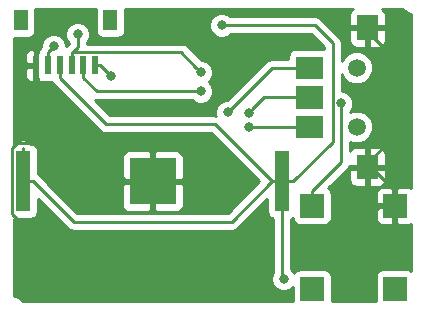
<source format=gbl>
G04 #@! TF.FileFunction,Copper,L2,Bot,Signal*
%FSLAX46Y46*%
G04 Gerber Fmt 4.6, Leading zero omitted, Abs format (unit mm)*
G04 Created by KiCad (PCBNEW 4.0.7-e2-6376~58~ubuntu16.04.1) date Tue May  1 17:25:53 2018*
%MOMM*%
%LPD*%
G01*
G04 APERTURE LIST*
%ADD10C,0.100000*%
%ADD11R,3.960000X3.960000*%
%ADD12R,1.270000X5.080000*%
%ADD13R,0.599440X1.549400*%
%ADD14R,1.198880X1.800860*%
%ADD15C,1.500000*%
%ADD16R,2.000000X2.000000*%
%ADD17C,0.800000*%
%ADD18C,0.250000*%
%ADD19C,0.254000*%
G04 APERTURE END LIST*
D10*
D11*
X107652000Y-105382000D03*
D12*
X118637000Y-105382000D03*
X96667000Y-105382000D03*
D13*
X101784600Y-95572520D03*
X100783840Y-95572520D03*
X102785360Y-95572520D03*
D14*
X104083300Y-91699020D03*
X96486160Y-91699020D03*
D13*
X99783080Y-95572520D03*
X98784860Y-95572520D03*
X97784100Y-95572520D03*
D10*
G36*
X126724000Y-105220000D02*
X124924000Y-105220000D01*
X124924000Y-103120000D01*
X126724000Y-103120000D01*
X126724000Y-105220000D01*
X126724000Y-105220000D01*
G37*
D15*
X124924000Y-95770000D03*
D10*
G36*
X122074000Y-96720000D02*
X119774000Y-96720000D01*
X119774000Y-94820000D01*
X122074000Y-94820000D01*
X122074000Y-96720000D01*
X122074000Y-96720000D01*
G37*
G36*
X122074000Y-99220000D02*
X119774000Y-99220000D01*
X119774000Y-97320000D01*
X122074000Y-97320000D01*
X122074000Y-99220000D01*
X122074000Y-99220000D01*
G37*
D15*
X124924000Y-100770000D03*
D10*
G36*
X122074000Y-101720000D02*
X119774000Y-101720000D01*
X119774000Y-99820000D01*
X122074000Y-99820000D01*
X122074000Y-101720000D01*
X122074000Y-101720000D01*
G37*
G36*
X126724000Y-93420000D02*
X124924000Y-93420000D01*
X124924000Y-91320000D01*
X126724000Y-91320000D01*
X126724000Y-93420000D01*
X126724000Y-93420000D01*
G37*
D16*
X128170000Y-114470000D03*
X121170000Y-114470000D03*
X121170000Y-107470000D03*
X128170000Y-107470000D03*
D17*
X109750000Y-113650000D03*
X124206982Y-110650000D03*
X104604000Y-105382000D03*
X118750000Y-113650028D03*
X113494000Y-92174000D03*
X111715996Y-97762000D03*
X111750000Y-96150000D03*
X101302000Y-92936000D03*
X104096000Y-96492000D03*
X99270000Y-93951994D03*
X114002000Y-99540000D03*
X115780000Y-100810020D03*
X115779980Y-99555989D03*
X123617010Y-98790000D03*
D18*
X95706999Y-108182001D02*
X101174998Y-113650000D01*
X101174998Y-113650000D02*
X109750000Y-113650000D01*
X105422000Y-105382000D02*
X102181990Y-102141990D01*
X102181990Y-102141990D02*
X96147008Y-102141990D01*
X96147008Y-102141990D02*
X95706999Y-102581999D01*
X95706999Y-102581999D02*
X95706999Y-108182001D01*
X95706999Y-108182001D02*
X97674998Y-110150000D01*
X128170000Y-107470000D02*
X126920000Y-107470000D01*
X124206982Y-110183018D02*
X124206982Y-110650000D01*
X126920000Y-107470000D02*
X124206982Y-110183018D01*
X97784100Y-95572520D02*
X97784100Y-96047500D01*
X97784100Y-96047500D02*
X97627001Y-96204599D01*
X97627001Y-96204599D02*
X97627001Y-98405001D01*
X105422000Y-105382000D02*
X107652000Y-105382000D01*
X97627001Y-98405001D02*
X104604000Y-105382000D01*
X104604000Y-105382000D02*
X105422000Y-105382000D01*
X125824000Y-103870000D02*
X128170000Y-106216000D01*
X128170000Y-106216000D02*
X128170000Y-107470000D01*
X125824000Y-92670000D02*
X128988000Y-95834000D01*
X128988000Y-95834000D02*
X128988000Y-100706000D01*
X128988000Y-100706000D02*
X125824000Y-103870000D01*
X118637000Y-113537028D02*
X118750000Y-113650028D01*
X118637000Y-105382000D02*
X118637000Y-113537028D01*
X118637000Y-105382000D02*
X119522000Y-105382000D01*
X119522000Y-105382000D02*
X122892000Y-102012000D01*
X122892000Y-102012000D02*
X122892000Y-93698000D01*
X122892000Y-93698000D02*
X121368000Y-92174000D01*
X121368000Y-92174000D02*
X113494000Y-92174000D01*
X99783080Y-95572520D02*
X99783080Y-96597220D01*
X99783080Y-96597220D02*
X103741860Y-100556000D01*
X103741860Y-100556000D02*
X112926000Y-100556000D01*
X112926000Y-100556000D02*
X117752000Y-105382000D01*
X117752000Y-105382000D02*
X118637000Y-105382000D01*
X96667000Y-102592000D02*
X96667000Y-105382000D01*
X96667000Y-105382000D02*
X97552000Y-105382000D01*
X97552000Y-105382000D02*
X100965001Y-108795001D01*
X114338999Y-108795001D02*
X117752000Y-105382000D01*
X100965001Y-108795001D02*
X114338999Y-108795001D01*
X111715996Y-97762000D02*
X102949380Y-97762000D01*
X102949380Y-97762000D02*
X101784600Y-96597220D01*
X101784600Y-96597220D02*
X101784600Y-95572520D01*
X111350001Y-95750001D02*
X111750000Y-96150000D01*
X100783840Y-95572520D02*
X100783840Y-94547820D01*
X100858841Y-94472819D02*
X110072819Y-94472819D01*
X100783840Y-94547820D02*
X100858841Y-94472819D01*
X110072819Y-94472819D02*
X111350001Y-95750001D01*
X101302000Y-93501685D02*
X101302000Y-92936000D01*
X101302000Y-94029660D02*
X101302000Y-93501685D01*
X100783840Y-94547820D02*
X101302000Y-94029660D01*
X100783840Y-95572520D02*
X100783840Y-94566362D01*
X102785360Y-95572520D02*
X103176520Y-95572520D01*
X103176520Y-95572520D02*
X104096000Y-96492000D01*
X98870001Y-94351993D02*
X99270000Y-93951994D01*
X98784860Y-95572520D02*
X98784860Y-94437134D01*
X98784860Y-94437134D02*
X98870001Y-94351993D01*
X121124000Y-95770000D02*
X117772000Y-95770000D01*
X117772000Y-95770000D02*
X114002000Y-99540000D01*
X121083980Y-100810020D02*
X116345685Y-100810020D01*
X116345685Y-100810020D02*
X115780000Y-100810020D01*
X121124000Y-100770000D02*
X121083980Y-100810020D01*
X121124000Y-98270000D02*
X117065969Y-98270000D01*
X116179979Y-99155990D02*
X115779980Y-99555989D01*
X117065969Y-98270000D02*
X116179979Y-99155990D01*
X123617010Y-103772990D02*
X123617010Y-99355685D01*
X121170000Y-106220000D02*
X123617010Y-103772990D01*
X121170000Y-107470000D02*
X121170000Y-106220000D01*
X123617010Y-99355685D02*
X123617010Y-98790000D01*
D19*
G36*
X117354560Y-107922000D02*
X117398838Y-108157317D01*
X117537910Y-108373441D01*
X117750110Y-108518431D01*
X117877000Y-108544127D01*
X117877000Y-113059070D01*
X117873081Y-113062982D01*
X117715180Y-113443251D01*
X117714821Y-113854999D01*
X117872058Y-114235543D01*
X118162954Y-114526947D01*
X118543223Y-114684848D01*
X118954971Y-114685207D01*
X119335515Y-114527970D01*
X119522560Y-114341251D01*
X119522560Y-115470000D01*
X119532533Y-115523000D01*
X96729118Y-115523000D01*
X96705115Y-115498997D01*
X96218480Y-115173838D01*
X96218478Y-115173837D01*
X95962540Y-115067824D01*
X95944000Y-115064136D01*
X95944000Y-108551620D01*
X96032000Y-108569440D01*
X97302000Y-108569440D01*
X97537317Y-108525162D01*
X97753441Y-108386090D01*
X97898431Y-108173890D01*
X97949440Y-107922000D01*
X97949440Y-106854242D01*
X100427600Y-109332402D01*
X100674161Y-109497149D01*
X100965001Y-109555001D01*
X114338999Y-109555001D01*
X114629838Y-109497149D01*
X114876400Y-109332402D01*
X117354560Y-106854242D01*
X117354560Y-107922000D01*
X117354560Y-107922000D01*
G37*
X117354560Y-107922000D02*
X117398838Y-108157317D01*
X117537910Y-108373441D01*
X117750110Y-108518431D01*
X117877000Y-108544127D01*
X117877000Y-113059070D01*
X117873081Y-113062982D01*
X117715180Y-113443251D01*
X117714821Y-113854999D01*
X117872058Y-114235543D01*
X118162954Y-114526947D01*
X118543223Y-114684848D01*
X118954971Y-114685207D01*
X119335515Y-114527970D01*
X119522560Y-114341251D01*
X119522560Y-115470000D01*
X119532533Y-115523000D01*
X96729118Y-115523000D01*
X96705115Y-115498997D01*
X96218480Y-115173838D01*
X96218478Y-115173837D01*
X95962540Y-115067824D01*
X95944000Y-115064136D01*
X95944000Y-108551620D01*
X96032000Y-108569440D01*
X97302000Y-108569440D01*
X97537317Y-108525162D01*
X97753441Y-108386090D01*
X97898431Y-108173890D01*
X97949440Y-107922000D01*
X97949440Y-106854242D01*
X100427600Y-109332402D01*
X100674161Y-109497149D01*
X100965001Y-109555001D01*
X114338999Y-109555001D01*
X114629838Y-109497149D01*
X114876400Y-109332402D01*
X117354560Y-106854242D01*
X117354560Y-107922000D01*
G36*
X102836420Y-90798590D02*
X102836420Y-92599450D01*
X102880698Y-92834767D01*
X103019770Y-93050891D01*
X103231970Y-93195881D01*
X103483860Y-93246890D01*
X104682740Y-93246890D01*
X104918057Y-93202612D01*
X105134181Y-93063540D01*
X105279171Y-92851340D01*
X105330180Y-92599450D01*
X105330180Y-90798590D01*
X105326118Y-90777000D01*
X124595189Y-90777000D01*
X124472559Y-90855910D01*
X124327569Y-91068110D01*
X124276560Y-91320000D01*
X124276560Y-92243000D01*
X125697000Y-92243000D01*
X125697000Y-92223000D01*
X125951000Y-92223000D01*
X125951000Y-92243000D01*
X127371440Y-92243000D01*
X127371440Y-91320000D01*
X127327162Y-91084683D01*
X127188090Y-90868559D01*
X127054089Y-90777000D01*
X128770882Y-90777000D01*
X128794885Y-90801003D01*
X129281520Y-91126163D01*
X129462498Y-91201125D01*
X129537460Y-91232176D01*
X129540000Y-91232681D01*
X129540000Y-105941975D01*
X129529698Y-105931673D01*
X129296309Y-105835000D01*
X128455750Y-105835000D01*
X128297000Y-105993750D01*
X128297000Y-107343000D01*
X128317000Y-107343000D01*
X128317000Y-107597000D01*
X128297000Y-107597000D01*
X128297000Y-108946250D01*
X128455750Y-109105000D01*
X129296309Y-109105000D01*
X129529698Y-109008327D01*
X129540000Y-108998025D01*
X129540000Y-112954270D01*
X129421890Y-112873569D01*
X129170000Y-112822560D01*
X127170000Y-112822560D01*
X126934683Y-112866838D01*
X126718559Y-113005910D01*
X126573569Y-113218110D01*
X126522560Y-113470000D01*
X126522560Y-115470000D01*
X126532533Y-115523000D01*
X122806707Y-115523000D01*
X122817440Y-115470000D01*
X122817440Y-113470000D01*
X122773162Y-113234683D01*
X122634090Y-113018559D01*
X122421890Y-112873569D01*
X122170000Y-112822560D01*
X120170000Y-112822560D01*
X119934683Y-112866838D01*
X119718559Y-113005910D01*
X119647001Y-113110639D01*
X119627942Y-113064513D01*
X119397000Y-112833168D01*
X119397000Y-108545920D01*
X119507317Y-108525162D01*
X119530172Y-108510455D01*
X119566838Y-108705317D01*
X119705910Y-108921441D01*
X119918110Y-109066431D01*
X120170000Y-109117440D01*
X122170000Y-109117440D01*
X122405317Y-109073162D01*
X122621441Y-108934090D01*
X122766431Y-108721890D01*
X122817440Y-108470000D01*
X122817440Y-107755750D01*
X126535000Y-107755750D01*
X126535000Y-108596310D01*
X126631673Y-108829699D01*
X126810302Y-109008327D01*
X127043691Y-109105000D01*
X127884250Y-109105000D01*
X128043000Y-108946250D01*
X128043000Y-107597000D01*
X126693750Y-107597000D01*
X126535000Y-107755750D01*
X122817440Y-107755750D01*
X122817440Y-106470000D01*
X122793674Y-106343690D01*
X126535000Y-106343690D01*
X126535000Y-107184250D01*
X126693750Y-107343000D01*
X128043000Y-107343000D01*
X128043000Y-105993750D01*
X127884250Y-105835000D01*
X127043691Y-105835000D01*
X126810302Y-105931673D01*
X126631673Y-106110301D01*
X126535000Y-106343690D01*
X122793674Y-106343690D01*
X122773162Y-106234683D01*
X122634090Y-106018559D01*
X122522494Y-105942308D01*
X124154411Y-104310391D01*
X124163358Y-104297000D01*
X124276560Y-104297000D01*
X124276560Y-105220000D01*
X124320838Y-105455317D01*
X124459910Y-105671441D01*
X124672110Y-105816431D01*
X124924000Y-105867440D01*
X125697000Y-105867440D01*
X125697000Y-104297000D01*
X125951000Y-104297000D01*
X125951000Y-105867440D01*
X126724000Y-105867440D01*
X126959317Y-105823162D01*
X127175441Y-105684090D01*
X127320431Y-105471890D01*
X127371440Y-105220000D01*
X127371440Y-104297000D01*
X125951000Y-104297000D01*
X125697000Y-104297000D01*
X124276560Y-104297000D01*
X124163358Y-104297000D01*
X124319158Y-104063829D01*
X124323301Y-104043000D01*
X125697000Y-104043000D01*
X125697000Y-102472560D01*
X125951000Y-102472560D01*
X125951000Y-104043000D01*
X127371440Y-104043000D01*
X127371440Y-103120000D01*
X127327162Y-102884683D01*
X127188090Y-102668559D01*
X126975890Y-102523569D01*
X126724000Y-102472560D01*
X125951000Y-102472560D01*
X125697000Y-102472560D01*
X124924000Y-102472560D01*
X124688683Y-102516838D01*
X124472559Y-102655910D01*
X124377010Y-102795751D01*
X124377010Y-102042526D01*
X124647298Y-102154759D01*
X125198285Y-102155240D01*
X125707515Y-101944831D01*
X126097461Y-101555564D01*
X126308759Y-101046702D01*
X126309240Y-100495715D01*
X126098831Y-99986485D01*
X125709564Y-99596539D01*
X125200702Y-99385241D01*
X124649715Y-99384760D01*
X124377010Y-99497439D01*
X124377010Y-99493761D01*
X124493929Y-99377046D01*
X124651830Y-98996777D01*
X124652189Y-98585029D01*
X124494952Y-98204485D01*
X124204056Y-97913081D01*
X123823787Y-97755180D01*
X123652000Y-97755030D01*
X123652000Y-96318347D01*
X123749169Y-96553515D01*
X124138436Y-96943461D01*
X124647298Y-97154759D01*
X125198285Y-97155240D01*
X125707515Y-96944831D01*
X126097461Y-96555564D01*
X126308759Y-96046702D01*
X126309240Y-95495715D01*
X126098831Y-94986485D01*
X125709564Y-94596539D01*
X125200702Y-94385241D01*
X124649715Y-94384760D01*
X124140485Y-94595169D01*
X123750539Y-94984436D01*
X123652000Y-95221744D01*
X123652000Y-93698000D01*
X123594148Y-93407161D01*
X123594148Y-93407160D01*
X123429401Y-93160599D01*
X122765802Y-92497000D01*
X124276560Y-92497000D01*
X124276560Y-93420000D01*
X124320838Y-93655317D01*
X124459910Y-93871441D01*
X124672110Y-94016431D01*
X124924000Y-94067440D01*
X125697000Y-94067440D01*
X125697000Y-92497000D01*
X125951000Y-92497000D01*
X125951000Y-94067440D01*
X126724000Y-94067440D01*
X126959317Y-94023162D01*
X127175441Y-93884090D01*
X127320431Y-93671890D01*
X127371440Y-93420000D01*
X127371440Y-92497000D01*
X125951000Y-92497000D01*
X125697000Y-92497000D01*
X124276560Y-92497000D01*
X122765802Y-92497000D01*
X121905401Y-91636599D01*
X121658839Y-91471852D01*
X121368000Y-91414000D01*
X114197761Y-91414000D01*
X114081046Y-91297081D01*
X113700777Y-91139180D01*
X113289029Y-91138821D01*
X112908485Y-91296058D01*
X112617081Y-91586954D01*
X112459180Y-91967223D01*
X112458821Y-92378971D01*
X112616058Y-92759515D01*
X112906954Y-93050919D01*
X113287223Y-93208820D01*
X113698971Y-93209179D01*
X114079515Y-93051942D01*
X114197663Y-92934000D01*
X121053198Y-92934000D01*
X122132000Y-94012802D01*
X122132000Y-94184305D01*
X122074000Y-94172560D01*
X119774000Y-94172560D01*
X119538683Y-94216838D01*
X119322559Y-94355910D01*
X119177569Y-94568110D01*
X119126560Y-94820000D01*
X119126560Y-95010000D01*
X117772000Y-95010000D01*
X117481161Y-95067852D01*
X117234599Y-95232599D01*
X113962233Y-98504965D01*
X113797029Y-98504821D01*
X113416485Y-98662058D01*
X113125081Y-98952954D01*
X112967180Y-99333223D01*
X112966821Y-99744971D01*
X112993449Y-99809417D01*
X112926000Y-99796000D01*
X104056662Y-99796000D01*
X102741265Y-98480603D01*
X102949380Y-98522000D01*
X111012235Y-98522000D01*
X111128950Y-98638919D01*
X111509219Y-98796820D01*
X111920967Y-98797179D01*
X112301511Y-98639942D01*
X112592915Y-98349046D01*
X112750816Y-97968777D01*
X112751175Y-97557029D01*
X112593938Y-97176485D01*
X112390681Y-96972873D01*
X112626919Y-96737046D01*
X112784820Y-96356777D01*
X112785179Y-95945029D01*
X112627942Y-95564485D01*
X112337046Y-95273081D01*
X111956777Y-95115180D01*
X111789836Y-95115034D01*
X110610220Y-93935418D01*
X110363658Y-93770671D01*
X110072819Y-93712819D01*
X102062000Y-93712819D01*
X102062000Y-93639761D01*
X102178919Y-93523046D01*
X102336820Y-93142777D01*
X102337179Y-92731029D01*
X102179942Y-92350485D01*
X101889046Y-92059081D01*
X101508777Y-91901180D01*
X101097029Y-91900821D01*
X100716485Y-92058058D01*
X100425081Y-92348954D01*
X100267180Y-92729223D01*
X100266821Y-93140971D01*
X100424058Y-93521515D01*
X100542000Y-93639663D01*
X100542000Y-93714858D01*
X100305000Y-93951858D01*
X100305179Y-93747023D01*
X100147942Y-93366479D01*
X99857046Y-93075075D01*
X99476777Y-92917174D01*
X99065029Y-92916815D01*
X98684485Y-93074052D01*
X98393081Y-93364948D01*
X98235180Y-93745217D01*
X98235029Y-93918336D01*
X98082712Y-94146295D01*
X98079425Y-94162820D01*
X98069850Y-94162820D01*
X97911100Y-94321570D01*
X97911100Y-94513160D01*
X97888709Y-94545930D01*
X97837700Y-94797820D01*
X97837700Y-96347220D01*
X97881978Y-96582537D01*
X97911100Y-96627794D01*
X97911100Y-96823470D01*
X98069850Y-96982220D01*
X98210129Y-96982220D01*
X98280260Y-96953171D01*
X98485140Y-96994660D01*
X99084580Y-96994660D01*
X99144613Y-96983364D01*
X99245679Y-97134621D01*
X103204459Y-101093401D01*
X103451020Y-101258148D01*
X103741860Y-101316000D01*
X112611198Y-101316000D01*
X116677198Y-105382000D01*
X114024197Y-108035001D01*
X101279803Y-108035001D01*
X98912552Y-105667750D01*
X105037000Y-105667750D01*
X105037000Y-107488310D01*
X105133673Y-107721699D01*
X105312302Y-107900327D01*
X105545691Y-107997000D01*
X107366250Y-107997000D01*
X107525000Y-107838250D01*
X107525000Y-105509000D01*
X107779000Y-105509000D01*
X107779000Y-107838250D01*
X107937750Y-107997000D01*
X109758309Y-107997000D01*
X109991698Y-107900327D01*
X110170327Y-107721699D01*
X110267000Y-107488310D01*
X110267000Y-105667750D01*
X110108250Y-105509000D01*
X107779000Y-105509000D01*
X107525000Y-105509000D01*
X105195750Y-105509000D01*
X105037000Y-105667750D01*
X98912552Y-105667750D01*
X98089401Y-104844599D01*
X97949440Y-104751080D01*
X97949440Y-103275690D01*
X105037000Y-103275690D01*
X105037000Y-105096250D01*
X105195750Y-105255000D01*
X107525000Y-105255000D01*
X107525000Y-102925750D01*
X107779000Y-102925750D01*
X107779000Y-105255000D01*
X110108250Y-105255000D01*
X110267000Y-105096250D01*
X110267000Y-103275690D01*
X110170327Y-103042301D01*
X109991698Y-102863673D01*
X109758309Y-102767000D01*
X107937750Y-102767000D01*
X107779000Y-102925750D01*
X107525000Y-102925750D01*
X107366250Y-102767000D01*
X105545691Y-102767000D01*
X105312302Y-102863673D01*
X105133673Y-103042301D01*
X105037000Y-103275690D01*
X97949440Y-103275690D01*
X97949440Y-102842000D01*
X97905162Y-102606683D01*
X97766090Y-102390559D01*
X97553890Y-102245569D01*
X97302000Y-102194560D01*
X97297920Y-102194560D01*
X97204401Y-102054599D01*
X96957839Y-101889852D01*
X96667000Y-101832000D01*
X96376161Y-101889852D01*
X96129599Y-102054599D01*
X96036080Y-102194560D01*
X96032000Y-102194560D01*
X95944000Y-102211118D01*
X95944000Y-95858270D01*
X96849380Y-95858270D01*
X96849380Y-96473530D01*
X96946053Y-96706919D01*
X97124682Y-96885547D01*
X97358071Y-96982220D01*
X97498350Y-96982220D01*
X97657100Y-96823470D01*
X97657100Y-95699520D01*
X97008130Y-95699520D01*
X96849380Y-95858270D01*
X95944000Y-95858270D01*
X95944000Y-94671510D01*
X96849380Y-94671510D01*
X96849380Y-95286770D01*
X97008130Y-95445520D01*
X97657100Y-95445520D01*
X97657100Y-94321570D01*
X97498350Y-94162820D01*
X97358071Y-94162820D01*
X97124682Y-94259493D01*
X96946053Y-94438121D01*
X96849380Y-94671510D01*
X95944000Y-94671510D01*
X95944000Y-93246890D01*
X97085600Y-93246890D01*
X97320917Y-93202612D01*
X97537041Y-93063540D01*
X97682031Y-92851340D01*
X97733040Y-92599450D01*
X97733040Y-90798590D01*
X97728978Y-90777000D01*
X102840792Y-90777000D01*
X102836420Y-90798590D01*
X102836420Y-90798590D01*
G37*
X102836420Y-90798590D02*
X102836420Y-92599450D01*
X102880698Y-92834767D01*
X103019770Y-93050891D01*
X103231970Y-93195881D01*
X103483860Y-93246890D01*
X104682740Y-93246890D01*
X104918057Y-93202612D01*
X105134181Y-93063540D01*
X105279171Y-92851340D01*
X105330180Y-92599450D01*
X105330180Y-90798590D01*
X105326118Y-90777000D01*
X124595189Y-90777000D01*
X124472559Y-90855910D01*
X124327569Y-91068110D01*
X124276560Y-91320000D01*
X124276560Y-92243000D01*
X125697000Y-92243000D01*
X125697000Y-92223000D01*
X125951000Y-92223000D01*
X125951000Y-92243000D01*
X127371440Y-92243000D01*
X127371440Y-91320000D01*
X127327162Y-91084683D01*
X127188090Y-90868559D01*
X127054089Y-90777000D01*
X128770882Y-90777000D01*
X128794885Y-90801003D01*
X129281520Y-91126163D01*
X129462498Y-91201125D01*
X129537460Y-91232176D01*
X129540000Y-91232681D01*
X129540000Y-105941975D01*
X129529698Y-105931673D01*
X129296309Y-105835000D01*
X128455750Y-105835000D01*
X128297000Y-105993750D01*
X128297000Y-107343000D01*
X128317000Y-107343000D01*
X128317000Y-107597000D01*
X128297000Y-107597000D01*
X128297000Y-108946250D01*
X128455750Y-109105000D01*
X129296309Y-109105000D01*
X129529698Y-109008327D01*
X129540000Y-108998025D01*
X129540000Y-112954270D01*
X129421890Y-112873569D01*
X129170000Y-112822560D01*
X127170000Y-112822560D01*
X126934683Y-112866838D01*
X126718559Y-113005910D01*
X126573569Y-113218110D01*
X126522560Y-113470000D01*
X126522560Y-115470000D01*
X126532533Y-115523000D01*
X122806707Y-115523000D01*
X122817440Y-115470000D01*
X122817440Y-113470000D01*
X122773162Y-113234683D01*
X122634090Y-113018559D01*
X122421890Y-112873569D01*
X122170000Y-112822560D01*
X120170000Y-112822560D01*
X119934683Y-112866838D01*
X119718559Y-113005910D01*
X119647001Y-113110639D01*
X119627942Y-113064513D01*
X119397000Y-112833168D01*
X119397000Y-108545920D01*
X119507317Y-108525162D01*
X119530172Y-108510455D01*
X119566838Y-108705317D01*
X119705910Y-108921441D01*
X119918110Y-109066431D01*
X120170000Y-109117440D01*
X122170000Y-109117440D01*
X122405317Y-109073162D01*
X122621441Y-108934090D01*
X122766431Y-108721890D01*
X122817440Y-108470000D01*
X122817440Y-107755750D01*
X126535000Y-107755750D01*
X126535000Y-108596310D01*
X126631673Y-108829699D01*
X126810302Y-109008327D01*
X127043691Y-109105000D01*
X127884250Y-109105000D01*
X128043000Y-108946250D01*
X128043000Y-107597000D01*
X126693750Y-107597000D01*
X126535000Y-107755750D01*
X122817440Y-107755750D01*
X122817440Y-106470000D01*
X122793674Y-106343690D01*
X126535000Y-106343690D01*
X126535000Y-107184250D01*
X126693750Y-107343000D01*
X128043000Y-107343000D01*
X128043000Y-105993750D01*
X127884250Y-105835000D01*
X127043691Y-105835000D01*
X126810302Y-105931673D01*
X126631673Y-106110301D01*
X126535000Y-106343690D01*
X122793674Y-106343690D01*
X122773162Y-106234683D01*
X122634090Y-106018559D01*
X122522494Y-105942308D01*
X124154411Y-104310391D01*
X124163358Y-104297000D01*
X124276560Y-104297000D01*
X124276560Y-105220000D01*
X124320838Y-105455317D01*
X124459910Y-105671441D01*
X124672110Y-105816431D01*
X124924000Y-105867440D01*
X125697000Y-105867440D01*
X125697000Y-104297000D01*
X125951000Y-104297000D01*
X125951000Y-105867440D01*
X126724000Y-105867440D01*
X126959317Y-105823162D01*
X127175441Y-105684090D01*
X127320431Y-105471890D01*
X127371440Y-105220000D01*
X127371440Y-104297000D01*
X125951000Y-104297000D01*
X125697000Y-104297000D01*
X124276560Y-104297000D01*
X124163358Y-104297000D01*
X124319158Y-104063829D01*
X124323301Y-104043000D01*
X125697000Y-104043000D01*
X125697000Y-102472560D01*
X125951000Y-102472560D01*
X125951000Y-104043000D01*
X127371440Y-104043000D01*
X127371440Y-103120000D01*
X127327162Y-102884683D01*
X127188090Y-102668559D01*
X126975890Y-102523569D01*
X126724000Y-102472560D01*
X125951000Y-102472560D01*
X125697000Y-102472560D01*
X124924000Y-102472560D01*
X124688683Y-102516838D01*
X124472559Y-102655910D01*
X124377010Y-102795751D01*
X124377010Y-102042526D01*
X124647298Y-102154759D01*
X125198285Y-102155240D01*
X125707515Y-101944831D01*
X126097461Y-101555564D01*
X126308759Y-101046702D01*
X126309240Y-100495715D01*
X126098831Y-99986485D01*
X125709564Y-99596539D01*
X125200702Y-99385241D01*
X124649715Y-99384760D01*
X124377010Y-99497439D01*
X124377010Y-99493761D01*
X124493929Y-99377046D01*
X124651830Y-98996777D01*
X124652189Y-98585029D01*
X124494952Y-98204485D01*
X124204056Y-97913081D01*
X123823787Y-97755180D01*
X123652000Y-97755030D01*
X123652000Y-96318347D01*
X123749169Y-96553515D01*
X124138436Y-96943461D01*
X124647298Y-97154759D01*
X125198285Y-97155240D01*
X125707515Y-96944831D01*
X126097461Y-96555564D01*
X126308759Y-96046702D01*
X126309240Y-95495715D01*
X126098831Y-94986485D01*
X125709564Y-94596539D01*
X125200702Y-94385241D01*
X124649715Y-94384760D01*
X124140485Y-94595169D01*
X123750539Y-94984436D01*
X123652000Y-95221744D01*
X123652000Y-93698000D01*
X123594148Y-93407161D01*
X123594148Y-93407160D01*
X123429401Y-93160599D01*
X122765802Y-92497000D01*
X124276560Y-92497000D01*
X124276560Y-93420000D01*
X124320838Y-93655317D01*
X124459910Y-93871441D01*
X124672110Y-94016431D01*
X124924000Y-94067440D01*
X125697000Y-94067440D01*
X125697000Y-92497000D01*
X125951000Y-92497000D01*
X125951000Y-94067440D01*
X126724000Y-94067440D01*
X126959317Y-94023162D01*
X127175441Y-93884090D01*
X127320431Y-93671890D01*
X127371440Y-93420000D01*
X127371440Y-92497000D01*
X125951000Y-92497000D01*
X125697000Y-92497000D01*
X124276560Y-92497000D01*
X122765802Y-92497000D01*
X121905401Y-91636599D01*
X121658839Y-91471852D01*
X121368000Y-91414000D01*
X114197761Y-91414000D01*
X114081046Y-91297081D01*
X113700777Y-91139180D01*
X113289029Y-91138821D01*
X112908485Y-91296058D01*
X112617081Y-91586954D01*
X112459180Y-91967223D01*
X112458821Y-92378971D01*
X112616058Y-92759515D01*
X112906954Y-93050919D01*
X113287223Y-93208820D01*
X113698971Y-93209179D01*
X114079515Y-93051942D01*
X114197663Y-92934000D01*
X121053198Y-92934000D01*
X122132000Y-94012802D01*
X122132000Y-94184305D01*
X122074000Y-94172560D01*
X119774000Y-94172560D01*
X119538683Y-94216838D01*
X119322559Y-94355910D01*
X119177569Y-94568110D01*
X119126560Y-94820000D01*
X119126560Y-95010000D01*
X117772000Y-95010000D01*
X117481161Y-95067852D01*
X117234599Y-95232599D01*
X113962233Y-98504965D01*
X113797029Y-98504821D01*
X113416485Y-98662058D01*
X113125081Y-98952954D01*
X112967180Y-99333223D01*
X112966821Y-99744971D01*
X112993449Y-99809417D01*
X112926000Y-99796000D01*
X104056662Y-99796000D01*
X102741265Y-98480603D01*
X102949380Y-98522000D01*
X111012235Y-98522000D01*
X111128950Y-98638919D01*
X111509219Y-98796820D01*
X111920967Y-98797179D01*
X112301511Y-98639942D01*
X112592915Y-98349046D01*
X112750816Y-97968777D01*
X112751175Y-97557029D01*
X112593938Y-97176485D01*
X112390681Y-96972873D01*
X112626919Y-96737046D01*
X112784820Y-96356777D01*
X112785179Y-95945029D01*
X112627942Y-95564485D01*
X112337046Y-95273081D01*
X111956777Y-95115180D01*
X111789836Y-95115034D01*
X110610220Y-93935418D01*
X110363658Y-93770671D01*
X110072819Y-93712819D01*
X102062000Y-93712819D01*
X102062000Y-93639761D01*
X102178919Y-93523046D01*
X102336820Y-93142777D01*
X102337179Y-92731029D01*
X102179942Y-92350485D01*
X101889046Y-92059081D01*
X101508777Y-91901180D01*
X101097029Y-91900821D01*
X100716485Y-92058058D01*
X100425081Y-92348954D01*
X100267180Y-92729223D01*
X100266821Y-93140971D01*
X100424058Y-93521515D01*
X100542000Y-93639663D01*
X100542000Y-93714858D01*
X100305000Y-93951858D01*
X100305179Y-93747023D01*
X100147942Y-93366479D01*
X99857046Y-93075075D01*
X99476777Y-92917174D01*
X99065029Y-92916815D01*
X98684485Y-93074052D01*
X98393081Y-93364948D01*
X98235180Y-93745217D01*
X98235029Y-93918336D01*
X98082712Y-94146295D01*
X98079425Y-94162820D01*
X98069850Y-94162820D01*
X97911100Y-94321570D01*
X97911100Y-94513160D01*
X97888709Y-94545930D01*
X97837700Y-94797820D01*
X97837700Y-96347220D01*
X97881978Y-96582537D01*
X97911100Y-96627794D01*
X97911100Y-96823470D01*
X98069850Y-96982220D01*
X98210129Y-96982220D01*
X98280260Y-96953171D01*
X98485140Y-96994660D01*
X99084580Y-96994660D01*
X99144613Y-96983364D01*
X99245679Y-97134621D01*
X103204459Y-101093401D01*
X103451020Y-101258148D01*
X103741860Y-101316000D01*
X112611198Y-101316000D01*
X116677198Y-105382000D01*
X114024197Y-108035001D01*
X101279803Y-108035001D01*
X98912552Y-105667750D01*
X105037000Y-105667750D01*
X105037000Y-107488310D01*
X105133673Y-107721699D01*
X105312302Y-107900327D01*
X105545691Y-107997000D01*
X107366250Y-107997000D01*
X107525000Y-107838250D01*
X107525000Y-105509000D01*
X107779000Y-105509000D01*
X107779000Y-107838250D01*
X107937750Y-107997000D01*
X109758309Y-107997000D01*
X109991698Y-107900327D01*
X110170327Y-107721699D01*
X110267000Y-107488310D01*
X110267000Y-105667750D01*
X110108250Y-105509000D01*
X107779000Y-105509000D01*
X107525000Y-105509000D01*
X105195750Y-105509000D01*
X105037000Y-105667750D01*
X98912552Y-105667750D01*
X98089401Y-104844599D01*
X97949440Y-104751080D01*
X97949440Y-103275690D01*
X105037000Y-103275690D01*
X105037000Y-105096250D01*
X105195750Y-105255000D01*
X107525000Y-105255000D01*
X107525000Y-102925750D01*
X107779000Y-102925750D01*
X107779000Y-105255000D01*
X110108250Y-105255000D01*
X110267000Y-105096250D01*
X110267000Y-103275690D01*
X110170327Y-103042301D01*
X109991698Y-102863673D01*
X109758309Y-102767000D01*
X107937750Y-102767000D01*
X107779000Y-102925750D01*
X107525000Y-102925750D01*
X107366250Y-102767000D01*
X105545691Y-102767000D01*
X105312302Y-102863673D01*
X105133673Y-103042301D01*
X105037000Y-103275690D01*
X97949440Y-103275690D01*
X97949440Y-102842000D01*
X97905162Y-102606683D01*
X97766090Y-102390559D01*
X97553890Y-102245569D01*
X97302000Y-102194560D01*
X97297920Y-102194560D01*
X97204401Y-102054599D01*
X96957839Y-101889852D01*
X96667000Y-101832000D01*
X96376161Y-101889852D01*
X96129599Y-102054599D01*
X96036080Y-102194560D01*
X96032000Y-102194560D01*
X95944000Y-102211118D01*
X95944000Y-95858270D01*
X96849380Y-95858270D01*
X96849380Y-96473530D01*
X96946053Y-96706919D01*
X97124682Y-96885547D01*
X97358071Y-96982220D01*
X97498350Y-96982220D01*
X97657100Y-96823470D01*
X97657100Y-95699520D01*
X97008130Y-95699520D01*
X96849380Y-95858270D01*
X95944000Y-95858270D01*
X95944000Y-94671510D01*
X96849380Y-94671510D01*
X96849380Y-95286770D01*
X97008130Y-95445520D01*
X97657100Y-95445520D01*
X97657100Y-94321570D01*
X97498350Y-94162820D01*
X97358071Y-94162820D01*
X97124682Y-94259493D01*
X96946053Y-94438121D01*
X96849380Y-94671510D01*
X95944000Y-94671510D01*
X95944000Y-93246890D01*
X97085600Y-93246890D01*
X97320917Y-93202612D01*
X97537041Y-93063540D01*
X97682031Y-92851340D01*
X97733040Y-92599450D01*
X97733040Y-90798590D01*
X97728978Y-90777000D01*
X102840792Y-90777000D01*
X102836420Y-90798590D01*
M02*

</source>
